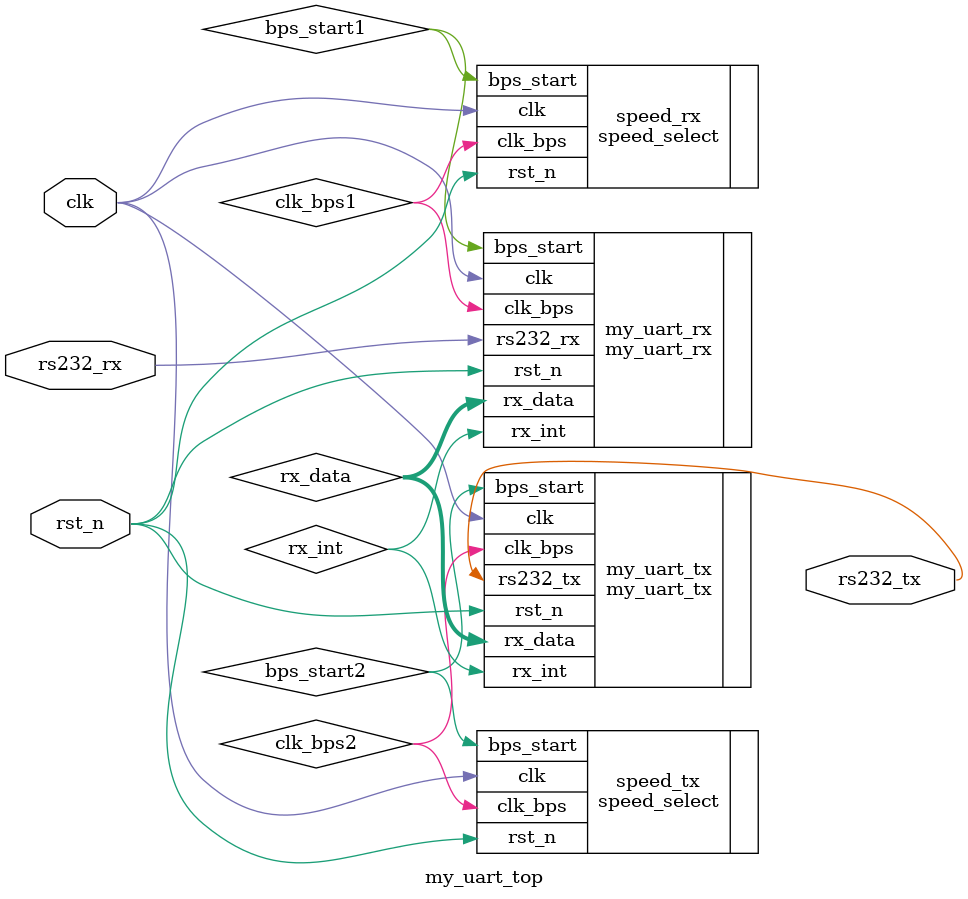
<source format=v>

module my_uart_top(
	clk,rst_n,
	rs232_rx,rs232_tx
);

input clk;		//50MHz
input rst_n;	//reset signal , active low

input rs232_rx;	//RS232 接收數據信號
output rs232_tx;	//RS232 發送數據信號

wire bps_start1,bps_start2;	//接收到數據後，波特率時鐘啟動信號置位
wire clk_bps1,clk_bps2;		//clk_bps_r高電位為接收數據位的中間
wire [7:0]	rx_data;		//接收數據暫存器,保存到下一個數據到來
wire rx_int;			//接收數據中斷信號,接收到數據期間始終為高電位

//-----------------------------------------------------------------------
speed_select	speed_rx(						//波特率選擇模塊
						.clk(clk),
						.rst_n(rst_n),
						.bps_start(bps_start1),
						.clk_bps(clk_bps1)
						);

my_uart_rx		my_uart_rx(						//接收數據模組
							.clk(clk),
							.rst_n(rst_n),
							.rs232_rx(rs232_rx),
							.rx_data(rx_data),
							.rx_int(rx_int),
							.clk_bps(clk_bps1),
							.bps_start(bps_start1)
						   );
//////////////////////////////////////////////////////////////////////
speed_select	speed_tx(						//波特率選擇模塊
						.clk(clk),
						.rst_n(rst_n),
						.bps_start(bps_start2),
						.clk_bps(clk_bps2)
						);
						
my_uart_tx		my_uart_tx(						//發送數據模組
							.clk(clk),
							.rst_n(rst_n),
							.rx_data(rx_data),
							.rx_int(rx_int),
							.rs232_tx(rs232_tx),
							.clk_bps(clk_bps2),
							.bps_start(bps_start2)
						   );
						   
						   
endmodule
</source>
